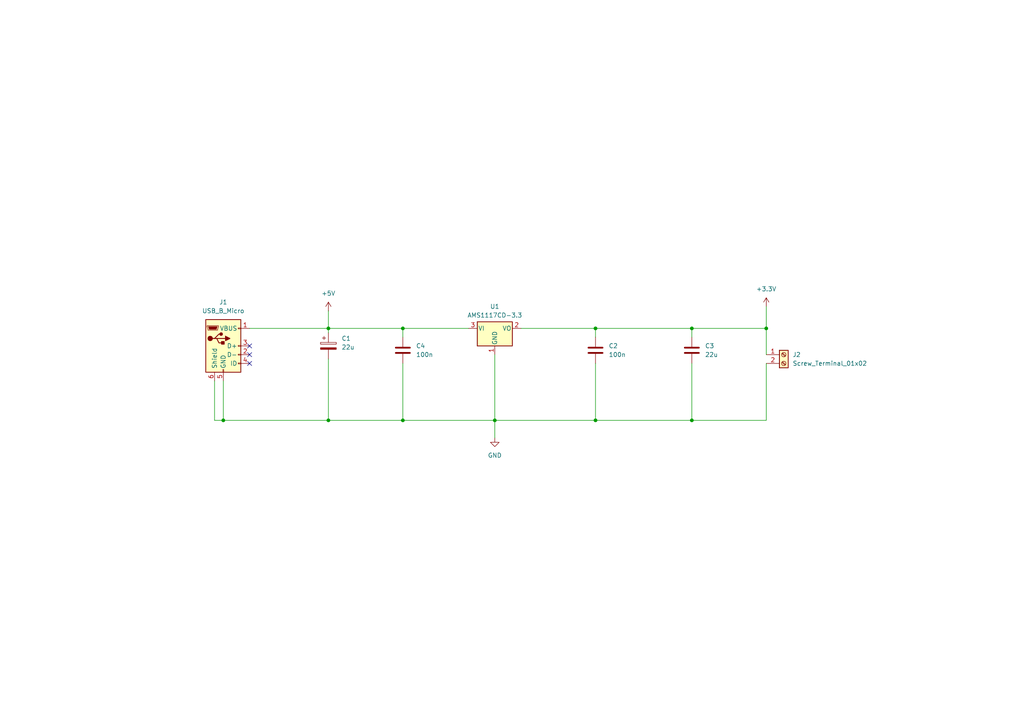
<source format=kicad_sch>
(kicad_sch
	(version 20250114)
	(generator "eeschema")
	(generator_version "9.0")
	(uuid "bbe5b957-b5cd-4826-9d46-74ac24a05d95")
	(paper "A4")
	(lib_symbols
		(symbol "Connector:Screw_Terminal_01x02"
			(pin_names
				(offset 1.016)
				(hide yes)
			)
			(exclude_from_sim no)
			(in_bom yes)
			(on_board yes)
			(property "Reference" "J"
				(at 0 2.54 0)
				(effects
					(font
						(size 1.27 1.27)
					)
				)
			)
			(property "Value" "Screw_Terminal_01x02"
				(at 0 -5.08 0)
				(effects
					(font
						(size 1.27 1.27)
					)
				)
			)
			(property "Footprint" ""
				(at 0 0 0)
				(effects
					(font
						(size 1.27 1.27)
					)
					(hide yes)
				)
			)
			(property "Datasheet" "~"
				(at 0 0 0)
				(effects
					(font
						(size 1.27 1.27)
					)
					(hide yes)
				)
			)
			(property "Description" "Generic screw terminal, single row, 01x02, script generated (kicad-library-utils/schlib/autogen/connector/)"
				(at 0 0 0)
				(effects
					(font
						(size 1.27 1.27)
					)
					(hide yes)
				)
			)
			(property "ki_keywords" "screw terminal"
				(at 0 0 0)
				(effects
					(font
						(size 1.27 1.27)
					)
					(hide yes)
				)
			)
			(property "ki_fp_filters" "TerminalBlock*:*"
				(at 0 0 0)
				(effects
					(font
						(size 1.27 1.27)
					)
					(hide yes)
				)
			)
			(symbol "Screw_Terminal_01x02_1_1"
				(rectangle
					(start -1.27 1.27)
					(end 1.27 -3.81)
					(stroke
						(width 0.254)
						(type default)
					)
					(fill
						(type background)
					)
				)
				(polyline
					(pts
						(xy -0.5334 0.3302) (xy 0.3302 -0.508)
					)
					(stroke
						(width 0.1524)
						(type default)
					)
					(fill
						(type none)
					)
				)
				(polyline
					(pts
						(xy -0.5334 -2.2098) (xy 0.3302 -3.048)
					)
					(stroke
						(width 0.1524)
						(type default)
					)
					(fill
						(type none)
					)
				)
				(polyline
					(pts
						(xy -0.3556 0.508) (xy 0.508 -0.3302)
					)
					(stroke
						(width 0.1524)
						(type default)
					)
					(fill
						(type none)
					)
				)
				(polyline
					(pts
						(xy -0.3556 -2.032) (xy 0.508 -2.8702)
					)
					(stroke
						(width 0.1524)
						(type default)
					)
					(fill
						(type none)
					)
				)
				(circle
					(center 0 0)
					(radius 0.635)
					(stroke
						(width 0.1524)
						(type default)
					)
					(fill
						(type none)
					)
				)
				(circle
					(center 0 -2.54)
					(radius 0.635)
					(stroke
						(width 0.1524)
						(type default)
					)
					(fill
						(type none)
					)
				)
				(pin passive line
					(at -5.08 0 0)
					(length 3.81)
					(name "Pin_1"
						(effects
							(font
								(size 1.27 1.27)
							)
						)
					)
					(number "1"
						(effects
							(font
								(size 1.27 1.27)
							)
						)
					)
				)
				(pin passive line
					(at -5.08 -2.54 0)
					(length 3.81)
					(name "Pin_2"
						(effects
							(font
								(size 1.27 1.27)
							)
						)
					)
					(number "2"
						(effects
							(font
								(size 1.27 1.27)
							)
						)
					)
				)
			)
			(embedded_fonts no)
		)
		(symbol "Connector:USB_B_Micro"
			(pin_names
				(offset 1.016)
			)
			(exclude_from_sim no)
			(in_bom yes)
			(on_board yes)
			(property "Reference" "J"
				(at -5.08 11.43 0)
				(effects
					(font
						(size 1.27 1.27)
					)
					(justify left)
				)
			)
			(property "Value" "USB_B_Micro"
				(at -5.08 8.89 0)
				(effects
					(font
						(size 1.27 1.27)
					)
					(justify left)
				)
			)
			(property "Footprint" ""
				(at 3.81 -1.27 0)
				(effects
					(font
						(size 1.27 1.27)
					)
					(hide yes)
				)
			)
			(property "Datasheet" "~"
				(at 3.81 -1.27 0)
				(effects
					(font
						(size 1.27 1.27)
					)
					(hide yes)
				)
			)
			(property "Description" "USB Micro Type B connector"
				(at 0 0 0)
				(effects
					(font
						(size 1.27 1.27)
					)
					(hide yes)
				)
			)
			(property "ki_keywords" "connector USB micro"
				(at 0 0 0)
				(effects
					(font
						(size 1.27 1.27)
					)
					(hide yes)
				)
			)
			(property "ki_fp_filters" "USB*Micro*B*"
				(at 0 0 0)
				(effects
					(font
						(size 1.27 1.27)
					)
					(hide yes)
				)
			)
			(symbol "USB_B_Micro_0_1"
				(rectangle
					(start -5.08 -7.62)
					(end 5.08 7.62)
					(stroke
						(width 0.254)
						(type default)
					)
					(fill
						(type background)
					)
				)
				(polyline
					(pts
						(xy -4.699 5.842) (xy -4.699 5.588) (xy -4.445 4.826) (xy -4.445 4.572) (xy -1.651 4.572) (xy -1.651 4.826)
						(xy -1.397 5.588) (xy -1.397 5.842) (xy -4.699 5.842)
					)
					(stroke
						(width 0)
						(type default)
					)
					(fill
						(type none)
					)
				)
				(polyline
					(pts
						(xy -4.318 5.588) (xy -1.778 5.588) (xy -2.032 4.826) (xy -4.064 4.826) (xy -4.318 5.588)
					)
					(stroke
						(width 0)
						(type default)
					)
					(fill
						(type outline)
					)
				)
				(circle
					(center -3.81 2.159)
					(radius 0.635)
					(stroke
						(width 0.254)
						(type default)
					)
					(fill
						(type outline)
					)
				)
				(polyline
					(pts
						(xy -3.175 2.159) (xy -2.54 2.159) (xy -1.27 3.429) (xy -0.635 3.429)
					)
					(stroke
						(width 0.254)
						(type default)
					)
					(fill
						(type none)
					)
				)
				(polyline
					(pts
						(xy -2.54 2.159) (xy -1.905 2.159) (xy -1.27 0.889) (xy 0 0.889)
					)
					(stroke
						(width 0.254)
						(type default)
					)
					(fill
						(type none)
					)
				)
				(polyline
					(pts
						(xy -1.905 2.159) (xy 0.635 2.159)
					)
					(stroke
						(width 0.254)
						(type default)
					)
					(fill
						(type none)
					)
				)
				(circle
					(center -0.635 3.429)
					(radius 0.381)
					(stroke
						(width 0.254)
						(type default)
					)
					(fill
						(type outline)
					)
				)
				(rectangle
					(start -0.127 -7.62)
					(end 0.127 -6.858)
					(stroke
						(width 0)
						(type default)
					)
					(fill
						(type none)
					)
				)
				(rectangle
					(start 0.254 1.27)
					(end -0.508 0.508)
					(stroke
						(width 0.254)
						(type default)
					)
					(fill
						(type outline)
					)
				)
				(polyline
					(pts
						(xy 0.635 2.794) (xy 0.635 1.524) (xy 1.905 2.159) (xy 0.635 2.794)
					)
					(stroke
						(width 0.254)
						(type default)
					)
					(fill
						(type outline)
					)
				)
				(rectangle
					(start 5.08 4.953)
					(end 4.318 5.207)
					(stroke
						(width 0)
						(type default)
					)
					(fill
						(type none)
					)
				)
				(rectangle
					(start 5.08 -0.127)
					(end 4.318 0.127)
					(stroke
						(width 0)
						(type default)
					)
					(fill
						(type none)
					)
				)
				(rectangle
					(start 5.08 -2.667)
					(end 4.318 -2.413)
					(stroke
						(width 0)
						(type default)
					)
					(fill
						(type none)
					)
				)
				(rectangle
					(start 5.08 -5.207)
					(end 4.318 -4.953)
					(stroke
						(width 0)
						(type default)
					)
					(fill
						(type none)
					)
				)
			)
			(symbol "USB_B_Micro_1_1"
				(pin passive line
					(at -2.54 -10.16 90)
					(length 2.54)
					(name "Shield"
						(effects
							(font
								(size 1.27 1.27)
							)
						)
					)
					(number "6"
						(effects
							(font
								(size 1.27 1.27)
							)
						)
					)
				)
				(pin power_out line
					(at 0 -10.16 90)
					(length 2.54)
					(name "GND"
						(effects
							(font
								(size 1.27 1.27)
							)
						)
					)
					(number "5"
						(effects
							(font
								(size 1.27 1.27)
							)
						)
					)
				)
				(pin power_out line
					(at 7.62 5.08 180)
					(length 2.54)
					(name "VBUS"
						(effects
							(font
								(size 1.27 1.27)
							)
						)
					)
					(number "1"
						(effects
							(font
								(size 1.27 1.27)
							)
						)
					)
				)
				(pin bidirectional line
					(at 7.62 0 180)
					(length 2.54)
					(name "D+"
						(effects
							(font
								(size 1.27 1.27)
							)
						)
					)
					(number "3"
						(effects
							(font
								(size 1.27 1.27)
							)
						)
					)
				)
				(pin bidirectional line
					(at 7.62 -2.54 180)
					(length 2.54)
					(name "D-"
						(effects
							(font
								(size 1.27 1.27)
							)
						)
					)
					(number "2"
						(effects
							(font
								(size 1.27 1.27)
							)
						)
					)
				)
				(pin passive line
					(at 7.62 -5.08 180)
					(length 2.54)
					(name "ID"
						(effects
							(font
								(size 1.27 1.27)
							)
						)
					)
					(number "4"
						(effects
							(font
								(size 1.27 1.27)
							)
						)
					)
				)
			)
			(embedded_fonts no)
		)
		(symbol "Device:C"
			(pin_numbers
				(hide yes)
			)
			(pin_names
				(offset 0.254)
			)
			(exclude_from_sim no)
			(in_bom yes)
			(on_board yes)
			(property "Reference" "C"
				(at 0.635 2.54 0)
				(effects
					(font
						(size 1.27 1.27)
					)
					(justify left)
				)
			)
			(property "Value" "C"
				(at 0.635 -2.54 0)
				(effects
					(font
						(size 1.27 1.27)
					)
					(justify left)
				)
			)
			(property "Footprint" ""
				(at 0.9652 -3.81 0)
				(effects
					(font
						(size 1.27 1.27)
					)
					(hide yes)
				)
			)
			(property "Datasheet" "~"
				(at 0 0 0)
				(effects
					(font
						(size 1.27 1.27)
					)
					(hide yes)
				)
			)
			(property "Description" "Unpolarized capacitor"
				(at 0 0 0)
				(effects
					(font
						(size 1.27 1.27)
					)
					(hide yes)
				)
			)
			(property "ki_keywords" "cap capacitor"
				(at 0 0 0)
				(effects
					(font
						(size 1.27 1.27)
					)
					(hide yes)
				)
			)
			(property "ki_fp_filters" "C_*"
				(at 0 0 0)
				(effects
					(font
						(size 1.27 1.27)
					)
					(hide yes)
				)
			)
			(symbol "C_0_1"
				(polyline
					(pts
						(xy -2.032 0.762) (xy 2.032 0.762)
					)
					(stroke
						(width 0.508)
						(type default)
					)
					(fill
						(type none)
					)
				)
				(polyline
					(pts
						(xy -2.032 -0.762) (xy 2.032 -0.762)
					)
					(stroke
						(width 0.508)
						(type default)
					)
					(fill
						(type none)
					)
				)
			)
			(symbol "C_1_1"
				(pin passive line
					(at 0 3.81 270)
					(length 2.794)
					(name "~"
						(effects
							(font
								(size 1.27 1.27)
							)
						)
					)
					(number "1"
						(effects
							(font
								(size 1.27 1.27)
							)
						)
					)
				)
				(pin passive line
					(at 0 -3.81 90)
					(length 2.794)
					(name "~"
						(effects
							(font
								(size 1.27 1.27)
							)
						)
					)
					(number "2"
						(effects
							(font
								(size 1.27 1.27)
							)
						)
					)
				)
			)
			(embedded_fonts no)
		)
		(symbol "Device:C_Polarized"
			(pin_numbers
				(hide yes)
			)
			(pin_names
				(offset 0.254)
			)
			(exclude_from_sim no)
			(in_bom yes)
			(on_board yes)
			(property "Reference" "C"
				(at 0.635 2.54 0)
				(effects
					(font
						(size 1.27 1.27)
					)
					(justify left)
				)
			)
			(property "Value" "C_Polarized"
				(at 0.635 -2.54 0)
				(effects
					(font
						(size 1.27 1.27)
					)
					(justify left)
				)
			)
			(property "Footprint" ""
				(at 0.9652 -3.81 0)
				(effects
					(font
						(size 1.27 1.27)
					)
					(hide yes)
				)
			)
			(property "Datasheet" "~"
				(at 0 0 0)
				(effects
					(font
						(size 1.27 1.27)
					)
					(hide yes)
				)
			)
			(property "Description" "Polarized capacitor"
				(at 0 0 0)
				(effects
					(font
						(size 1.27 1.27)
					)
					(hide yes)
				)
			)
			(property "ki_keywords" "cap capacitor"
				(at 0 0 0)
				(effects
					(font
						(size 1.27 1.27)
					)
					(hide yes)
				)
			)
			(property "ki_fp_filters" "CP_*"
				(at 0 0 0)
				(effects
					(font
						(size 1.27 1.27)
					)
					(hide yes)
				)
			)
			(symbol "C_Polarized_0_1"
				(rectangle
					(start -2.286 0.508)
					(end 2.286 1.016)
					(stroke
						(width 0)
						(type default)
					)
					(fill
						(type none)
					)
				)
				(polyline
					(pts
						(xy -1.778 2.286) (xy -0.762 2.286)
					)
					(stroke
						(width 0)
						(type default)
					)
					(fill
						(type none)
					)
				)
				(polyline
					(pts
						(xy -1.27 2.794) (xy -1.27 1.778)
					)
					(stroke
						(width 0)
						(type default)
					)
					(fill
						(type none)
					)
				)
				(rectangle
					(start 2.286 -0.508)
					(end -2.286 -1.016)
					(stroke
						(width 0)
						(type default)
					)
					(fill
						(type outline)
					)
				)
			)
			(symbol "C_Polarized_1_1"
				(pin passive line
					(at 0 3.81 270)
					(length 2.794)
					(name "~"
						(effects
							(font
								(size 1.27 1.27)
							)
						)
					)
					(number "1"
						(effects
							(font
								(size 1.27 1.27)
							)
						)
					)
				)
				(pin passive line
					(at 0 -3.81 90)
					(length 2.794)
					(name "~"
						(effects
							(font
								(size 1.27 1.27)
							)
						)
					)
					(number "2"
						(effects
							(font
								(size 1.27 1.27)
							)
						)
					)
				)
			)
			(embedded_fonts no)
		)
		(symbol "Regulator_Linear:AMS1117CD-3.3"
			(pin_names
				(offset 0.254)
			)
			(exclude_from_sim no)
			(in_bom yes)
			(on_board yes)
			(property "Reference" "U"
				(at -3.81 3.175 0)
				(effects
					(font
						(size 1.27 1.27)
					)
				)
			)
			(property "Value" "AMS1117CD-3.3"
				(at 0 3.175 0)
				(effects
					(font
						(size 1.27 1.27)
					)
					(justify left)
				)
			)
			(property "Footprint" "Package_TO_SOT_SMD:TO-252-3_TabPin2"
				(at 0 5.08 0)
				(effects
					(font
						(size 1.27 1.27)
					)
					(hide yes)
				)
			)
			(property "Datasheet" "http://www.advanced-monolithic.com/pdf/ds1117.pdf"
				(at 2.54 -6.35 0)
				(effects
					(font
						(size 1.27 1.27)
					)
					(hide yes)
				)
			)
			(property "Description" "1A Low Dropout regulator, positive, 3.3V fixed output, TO-252"
				(at 0 0 0)
				(effects
					(font
						(size 1.27 1.27)
					)
					(hide yes)
				)
			)
			(property "ki_keywords" "linear regulator ldo fixed positive"
				(at 0 0 0)
				(effects
					(font
						(size 1.27 1.27)
					)
					(hide yes)
				)
			)
			(property "ki_fp_filters" "TO?252*TabPin2*"
				(at 0 0 0)
				(effects
					(font
						(size 1.27 1.27)
					)
					(hide yes)
				)
			)
			(symbol "AMS1117CD-3.3_0_1"
				(rectangle
					(start -5.08 -5.08)
					(end 5.08 1.905)
					(stroke
						(width 0.254)
						(type default)
					)
					(fill
						(type background)
					)
				)
			)
			(symbol "AMS1117CD-3.3_1_1"
				(pin power_in line
					(at -7.62 0 0)
					(length 2.54)
					(name "VI"
						(effects
							(font
								(size 1.27 1.27)
							)
						)
					)
					(number "3"
						(effects
							(font
								(size 1.27 1.27)
							)
						)
					)
				)
				(pin power_in line
					(at 0 -7.62 90)
					(length 2.54)
					(name "GND"
						(effects
							(font
								(size 1.27 1.27)
							)
						)
					)
					(number "1"
						(effects
							(font
								(size 1.27 1.27)
							)
						)
					)
				)
				(pin power_out line
					(at 7.62 0 180)
					(length 2.54)
					(name "VO"
						(effects
							(font
								(size 1.27 1.27)
							)
						)
					)
					(number "2"
						(effects
							(font
								(size 1.27 1.27)
							)
						)
					)
				)
			)
			(embedded_fonts no)
		)
		(symbol "power:+3.3V"
			(power)
			(pin_numbers
				(hide yes)
			)
			(pin_names
				(offset 0)
				(hide yes)
			)
			(exclude_from_sim no)
			(in_bom yes)
			(on_board yes)
			(property "Reference" "#PWR"
				(at 0 -3.81 0)
				(effects
					(font
						(size 1.27 1.27)
					)
					(hide yes)
				)
			)
			(property "Value" "+3.3V"
				(at 0 3.556 0)
				(effects
					(font
						(size 1.27 1.27)
					)
				)
			)
			(property "Footprint" ""
				(at 0 0 0)
				(effects
					(font
						(size 1.27 1.27)
					)
					(hide yes)
				)
			)
			(property "Datasheet" ""
				(at 0 0 0)
				(effects
					(font
						(size 1.27 1.27)
					)
					(hide yes)
				)
			)
			(property "Description" "Power symbol creates a global label with name \"+3.3V\""
				(at 0 0 0)
				(effects
					(font
						(size 1.27 1.27)
					)
					(hide yes)
				)
			)
			(property "ki_keywords" "global power"
				(at 0 0 0)
				(effects
					(font
						(size 1.27 1.27)
					)
					(hide yes)
				)
			)
			(symbol "+3.3V_0_1"
				(polyline
					(pts
						(xy -0.762 1.27) (xy 0 2.54)
					)
					(stroke
						(width 0)
						(type default)
					)
					(fill
						(type none)
					)
				)
				(polyline
					(pts
						(xy 0 2.54) (xy 0.762 1.27)
					)
					(stroke
						(width 0)
						(type default)
					)
					(fill
						(type none)
					)
				)
				(polyline
					(pts
						(xy 0 0) (xy 0 2.54)
					)
					(stroke
						(width 0)
						(type default)
					)
					(fill
						(type none)
					)
				)
			)
			(symbol "+3.3V_1_1"
				(pin power_in line
					(at 0 0 90)
					(length 0)
					(name "~"
						(effects
							(font
								(size 1.27 1.27)
							)
						)
					)
					(number "1"
						(effects
							(font
								(size 1.27 1.27)
							)
						)
					)
				)
			)
			(embedded_fonts no)
		)
		(symbol "power:+5V"
			(power)
			(pin_numbers
				(hide yes)
			)
			(pin_names
				(offset 0)
				(hide yes)
			)
			(exclude_from_sim no)
			(in_bom yes)
			(on_board yes)
			(property "Reference" "#PWR"
				(at 0 -3.81 0)
				(effects
					(font
						(size 1.27 1.27)
					)
					(hide yes)
				)
			)
			(property "Value" "+5V"
				(at 0 3.556 0)
				(effects
					(font
						(size 1.27 1.27)
					)
				)
			)
			(property "Footprint" ""
				(at 0 0 0)
				(effects
					(font
						(size 1.27 1.27)
					)
					(hide yes)
				)
			)
			(property "Datasheet" ""
				(at 0 0 0)
				(effects
					(font
						(size 1.27 1.27)
					)
					(hide yes)
				)
			)
			(property "Description" "Power symbol creates a global label with name \"+5V\""
				(at 0 0 0)
				(effects
					(font
						(size 1.27 1.27)
					)
					(hide yes)
				)
			)
			(property "ki_keywords" "global power"
				(at 0 0 0)
				(effects
					(font
						(size 1.27 1.27)
					)
					(hide yes)
				)
			)
			(symbol "+5V_0_1"
				(polyline
					(pts
						(xy -0.762 1.27) (xy 0 2.54)
					)
					(stroke
						(width 0)
						(type default)
					)
					(fill
						(type none)
					)
				)
				(polyline
					(pts
						(xy 0 2.54) (xy 0.762 1.27)
					)
					(stroke
						(width 0)
						(type default)
					)
					(fill
						(type none)
					)
				)
				(polyline
					(pts
						(xy 0 0) (xy 0 2.54)
					)
					(stroke
						(width 0)
						(type default)
					)
					(fill
						(type none)
					)
				)
			)
			(symbol "+5V_1_1"
				(pin power_in line
					(at 0 0 90)
					(length 0)
					(name "~"
						(effects
							(font
								(size 1.27 1.27)
							)
						)
					)
					(number "1"
						(effects
							(font
								(size 1.27 1.27)
							)
						)
					)
				)
			)
			(embedded_fonts no)
		)
		(symbol "power:GND"
			(power)
			(pin_numbers
				(hide yes)
			)
			(pin_names
				(offset 0)
				(hide yes)
			)
			(exclude_from_sim no)
			(in_bom yes)
			(on_board yes)
			(property "Reference" "#PWR"
				(at 0 -6.35 0)
				(effects
					(font
						(size 1.27 1.27)
					)
					(hide yes)
				)
			)
			(property "Value" "GND"
				(at 0 -3.81 0)
				(effects
					(font
						(size 1.27 1.27)
					)
				)
			)
			(property "Footprint" ""
				(at 0 0 0)
				(effects
					(font
						(size 1.27 1.27)
					)
					(hide yes)
				)
			)
			(property "Datasheet" ""
				(at 0 0 0)
				(effects
					(font
						(size 1.27 1.27)
					)
					(hide yes)
				)
			)
			(property "Description" "Power symbol creates a global label with name \"GND\" , ground"
				(at 0 0 0)
				(effects
					(font
						(size 1.27 1.27)
					)
					(hide yes)
				)
			)
			(property "ki_keywords" "global power"
				(at 0 0 0)
				(effects
					(font
						(size 1.27 1.27)
					)
					(hide yes)
				)
			)
			(symbol "GND_0_1"
				(polyline
					(pts
						(xy 0 0) (xy 0 -1.27) (xy 1.27 -1.27) (xy 0 -2.54) (xy -1.27 -1.27) (xy 0 -1.27)
					)
					(stroke
						(width 0)
						(type default)
					)
					(fill
						(type none)
					)
				)
			)
			(symbol "GND_1_1"
				(pin power_in line
					(at 0 0 270)
					(length 0)
					(name "~"
						(effects
							(font
								(size 1.27 1.27)
							)
						)
					)
					(number "1"
						(effects
							(font
								(size 1.27 1.27)
							)
						)
					)
				)
			)
			(embedded_fonts no)
		)
	)
	(junction
		(at 95.25 95.25)
		(diameter 0)
		(color 0 0 0 0)
		(uuid "1e845ddd-bbc0-4994-ad87-42a774f5d7c4")
	)
	(junction
		(at 200.66 95.25)
		(diameter 0)
		(color 0 0 0 0)
		(uuid "284eccf6-5f9a-40d6-b855-fe9b8c48e5df")
	)
	(junction
		(at 143.51 121.92)
		(diameter 0)
		(color 0 0 0 0)
		(uuid "2e570691-8d6f-46ec-910b-13e0a3c76c48")
	)
	(junction
		(at 116.84 95.25)
		(diameter 0)
		(color 0 0 0 0)
		(uuid "34a1fc34-c249-495d-b968-40004fe3dc10")
	)
	(junction
		(at 172.72 95.25)
		(diameter 0)
		(color 0 0 0 0)
		(uuid "524f93cb-397a-44c0-bf5e-2d8a1d9d1878")
	)
	(junction
		(at 95.25 121.92)
		(diameter 0)
		(color 0 0 0 0)
		(uuid "6320c4bd-47a6-4c13-af90-9fb1a9ead521")
	)
	(junction
		(at 222.25 95.25)
		(diameter 0)
		(color 0 0 0 0)
		(uuid "95d39924-b0cc-4580-a28a-86238c2d5b13")
	)
	(junction
		(at 116.84 121.92)
		(diameter 0)
		(color 0 0 0 0)
		(uuid "a2c6d67d-b27c-4465-a1c3-1026271fa245")
	)
	(junction
		(at 64.77 121.92)
		(diameter 0)
		(color 0 0 0 0)
		(uuid "bab7150a-f7c0-4ceb-a12f-7e7e796e7e5c")
	)
	(junction
		(at 200.66 121.92)
		(diameter 0)
		(color 0 0 0 0)
		(uuid "dd886d7a-ad38-43ae-a240-c9aa69476fb5")
	)
	(junction
		(at 172.72 121.92)
		(diameter 0)
		(color 0 0 0 0)
		(uuid "f8586d5b-1dc7-458e-a16c-76b201498833")
	)
	(no_connect
		(at 72.39 102.87)
		(uuid "2f3c6b79-d03a-4ca0-90a5-0b1f42b89d69")
	)
	(no_connect
		(at 72.39 105.41)
		(uuid "55735b6d-0cf6-4c0f-8c6a-4b5994872127")
	)
	(no_connect
		(at 72.39 100.33)
		(uuid "82b0129d-1880-4d41-a74d-2e583a445819")
	)
	(wire
		(pts
			(xy 72.39 95.25) (xy 95.25 95.25)
		)
		(stroke
			(width 0)
			(type default)
		)
		(uuid "0e498b1c-2f16-4b66-b61f-d27ba3fabda7")
	)
	(wire
		(pts
			(xy 62.23 110.49) (xy 62.23 121.92)
		)
		(stroke
			(width 0)
			(type default)
		)
		(uuid "14575c78-2722-452e-8773-b87f743881ad")
	)
	(wire
		(pts
			(xy 222.25 105.41) (xy 222.25 121.92)
		)
		(stroke
			(width 0)
			(type default)
		)
		(uuid "14c57010-4b28-45c5-ad31-0471a51d3e49")
	)
	(wire
		(pts
			(xy 64.77 110.49) (xy 64.77 121.92)
		)
		(stroke
			(width 0)
			(type default)
		)
		(uuid "1532beda-b2ae-4923-8e43-01de57e9805e")
	)
	(wire
		(pts
			(xy 95.25 90.17) (xy 95.25 95.25)
		)
		(stroke
			(width 0)
			(type default)
		)
		(uuid "19f72d78-d757-4fa0-b7b6-93590f15c90c")
	)
	(wire
		(pts
			(xy 95.25 95.25) (xy 95.25 96.52)
		)
		(stroke
			(width 0)
			(type default)
		)
		(uuid "2be8bdb8-77dc-401d-8374-7be9e63107b4")
	)
	(wire
		(pts
			(xy 116.84 105.41) (xy 116.84 121.92)
		)
		(stroke
			(width 0)
			(type default)
		)
		(uuid "2f7448ca-6077-4046-9142-e099fc816861")
	)
	(wire
		(pts
			(xy 200.66 121.92) (xy 200.66 105.41)
		)
		(stroke
			(width 0)
			(type default)
		)
		(uuid "2f9c5fcf-e7a0-4744-bfa0-9c3638de0829")
	)
	(wire
		(pts
			(xy 95.25 121.92) (xy 116.84 121.92)
		)
		(stroke
			(width 0)
			(type default)
		)
		(uuid "32b06a57-fe95-4c5c-bda6-16152575fc96")
	)
	(wire
		(pts
			(xy 143.51 121.92) (xy 143.51 127)
		)
		(stroke
			(width 0)
			(type default)
		)
		(uuid "33180950-27b7-462e-a0e0-c5a02377bb75")
	)
	(wire
		(pts
			(xy 116.84 95.25) (xy 116.84 97.79)
		)
		(stroke
			(width 0)
			(type default)
		)
		(uuid "3789d5ab-f97f-4173-bbae-ad6bcdccad37")
	)
	(wire
		(pts
			(xy 222.25 95.25) (xy 200.66 95.25)
		)
		(stroke
			(width 0)
			(type default)
		)
		(uuid "4373c2eb-846c-479c-8e03-946e798683b2")
	)
	(wire
		(pts
			(xy 143.51 121.92) (xy 172.72 121.92)
		)
		(stroke
			(width 0)
			(type default)
		)
		(uuid "56342adb-fef0-4fca-8dd4-20dea53884bc")
	)
	(wire
		(pts
			(xy 151.13 95.25) (xy 172.72 95.25)
		)
		(stroke
			(width 0)
			(type default)
		)
		(uuid "5b25bab3-8786-4fbd-9e9c-22f7959cbb4a")
	)
	(wire
		(pts
			(xy 200.66 95.25) (xy 172.72 95.25)
		)
		(stroke
			(width 0)
			(type default)
		)
		(uuid "65403d73-d5b6-4db7-a812-0a52a51256df")
	)
	(wire
		(pts
			(xy 64.77 121.92) (xy 95.25 121.92)
		)
		(stroke
			(width 0)
			(type default)
		)
		(uuid "68b589a6-45bb-4ba6-8142-cd2dbac16752")
	)
	(wire
		(pts
			(xy 172.72 95.25) (xy 172.72 97.79)
		)
		(stroke
			(width 0)
			(type default)
		)
		(uuid "7bba331b-4625-4a65-bfe1-15224c24cfcc")
	)
	(wire
		(pts
			(xy 62.23 121.92) (xy 64.77 121.92)
		)
		(stroke
			(width 0)
			(type default)
		)
		(uuid "a14326dd-b999-4a75-919c-57d897bc3368")
	)
	(wire
		(pts
			(xy 222.25 121.92) (xy 200.66 121.92)
		)
		(stroke
			(width 0)
			(type default)
		)
		(uuid "a62dbbab-7040-4a58-8be3-e57eded0d190")
	)
	(wire
		(pts
			(xy 172.72 105.41) (xy 172.72 121.92)
		)
		(stroke
			(width 0)
			(type default)
		)
		(uuid "ac8c3bd4-66da-4b7f-a23c-0822c707dde3")
	)
	(wire
		(pts
			(xy 172.72 121.92) (xy 200.66 121.92)
		)
		(stroke
			(width 0)
			(type default)
		)
		(uuid "bdc03e17-0359-4297-ae39-541338e15720")
	)
	(wire
		(pts
			(xy 95.25 95.25) (xy 116.84 95.25)
		)
		(stroke
			(width 0)
			(type default)
		)
		(uuid "c0ed559b-d7a6-4ea2-b2e3-88730f431591")
	)
	(wire
		(pts
			(xy 95.25 104.14) (xy 95.25 121.92)
		)
		(stroke
			(width 0)
			(type default)
		)
		(uuid "c796134c-19a8-4e03-a4e2-ef7ace781495")
	)
	(wire
		(pts
			(xy 116.84 95.25) (xy 135.89 95.25)
		)
		(stroke
			(width 0)
			(type default)
		)
		(uuid "cf281cea-84b7-4aa9-b912-32d100f93e50")
	)
	(wire
		(pts
			(xy 143.51 102.87) (xy 143.51 121.92)
		)
		(stroke
			(width 0)
			(type default)
		)
		(uuid "d729d1c6-fc3d-473d-b7a4-fe8b4df344c4")
	)
	(wire
		(pts
			(xy 116.84 121.92) (xy 143.51 121.92)
		)
		(stroke
			(width 0)
			(type default)
		)
		(uuid "d9314ed2-30e2-4a5e-a29d-e419d79f68b4")
	)
	(wire
		(pts
			(xy 222.25 88.9) (xy 222.25 95.25)
		)
		(stroke
			(width 0)
			(type default)
		)
		(uuid "ed66bc23-fcbd-47e5-97a8-12f301b11acb")
	)
	(wire
		(pts
			(xy 222.25 102.87) (xy 222.25 95.25)
		)
		(stroke
			(width 0)
			(type default)
		)
		(uuid "fb064e8f-0e2c-423e-a603-6cd97bc02156")
	)
	(wire
		(pts
			(xy 200.66 97.79) (xy 200.66 95.25)
		)
		(stroke
			(width 0)
			(type default)
		)
		(uuid "fc5cf175-7da2-42ee-bd36-83860f355fba")
	)
	(symbol
		(lib_id "Device:C")
		(at 200.66 101.6 0)
		(unit 1)
		(exclude_from_sim no)
		(in_bom yes)
		(on_board yes)
		(dnp no)
		(fields_autoplaced yes)
		(uuid "0da8a404-bf23-4f54-9064-1af7519f6597")
		(property "Reference" "C3"
			(at 204.47 100.3299 0)
			(effects
				(font
					(size 1.27 1.27)
				)
				(justify left)
			)
		)
		(property "Value" "22u"
			(at 204.47 102.8699 0)
			(effects
				(font
					(size 1.27 1.27)
				)
				(justify left)
			)
		)
		(property "Footprint" "Capacitor_SMD:CP_Elec_6.3x7.7"
			(at 201.6252 105.41 0)
			(effects
				(font
					(size 1.27 1.27)
				)
				(hide yes)
			)
		)
		(property "Datasheet" "~"
			(at 200.66 101.6 0)
			(effects
				(font
					(size 1.27 1.27)
				)
				(hide yes)
			)
		)
		(property "Description" "Unpolarized capacitor"
			(at 200.66 101.6 0)
			(effects
				(font
					(size 1.27 1.27)
				)
				(hide yes)
			)
		)
		(pin "1"
			(uuid "b92460ee-4d82-437a-aa71-49d31777ec0d")
		)
		(pin "2"
			(uuid "17314239-c390-42e2-adb6-f01154a69c7f")
		)
		(instances
			(project "VOLTAGE REGULATOR"
				(path "/bbe5b957-b5cd-4826-9d46-74ac24a05d95"
					(reference "C3")
					(unit 1)
				)
			)
		)
	)
	(symbol
		(lib_id "Connector:USB_B_Micro")
		(at 64.77 100.33 0)
		(unit 1)
		(exclude_from_sim no)
		(in_bom yes)
		(on_board yes)
		(dnp no)
		(fields_autoplaced yes)
		(uuid "2e38e1c1-9255-42a9-8020-335d1baa242b")
		(property "Reference" "J1"
			(at 64.77 87.63 0)
			(effects
				(font
					(size 1.27 1.27)
				)
			)
		)
		(property "Value" "USB_B_Micro"
			(at 64.77 90.17 0)
			(effects
				(font
					(size 1.27 1.27)
				)
			)
		)
		(property "Footprint" "Connector_USB:USB_Micro-B_Molex_47346-0001"
			(at 68.58 101.6 0)
			(effects
				(font
					(size 1.27 1.27)
				)
				(hide yes)
			)
		)
		(property "Datasheet" "~"
			(at 68.58 101.6 0)
			(effects
				(font
					(size 1.27 1.27)
				)
				(hide yes)
			)
		)
		(property "Description" "USB Micro Type B connector"
			(at 64.77 100.33 0)
			(effects
				(font
					(size 1.27 1.27)
				)
				(hide yes)
			)
		)
		(pin "6"
			(uuid "dc5b18a7-00ac-4442-843f-784fb11e099f")
		)
		(pin "5"
			(uuid "d08ea64f-dc7c-46f3-8912-e2df08d7f631")
		)
		(pin "3"
			(uuid "18ccb133-3b4d-4dc6-84b0-e2ccde466482")
		)
		(pin "4"
			(uuid "d5dce2a2-388a-439b-9981-9b20a2e6599d")
		)
		(pin "2"
			(uuid "04e34095-61b0-4bcf-aed7-b858797847ee")
		)
		(pin "1"
			(uuid "ac6389b3-026f-46a4-9cb2-a7724069d914")
		)
		(instances
			(project ""
				(path "/bbe5b957-b5cd-4826-9d46-74ac24a05d95"
					(reference "J1")
					(unit 1)
				)
			)
		)
	)
	(symbol
		(lib_id "Device:C")
		(at 172.72 101.6 0)
		(unit 1)
		(exclude_from_sim no)
		(in_bom yes)
		(on_board yes)
		(dnp no)
		(fields_autoplaced yes)
		(uuid "30e8b068-1a39-4e3d-b13b-da78bca69954")
		(property "Reference" "C2"
			(at 176.53 100.3299 0)
			(effects
				(font
					(size 1.27 1.27)
				)
				(justify left)
			)
		)
		(property "Value" "100n"
			(at 176.53 102.8699 0)
			(effects
				(font
					(size 1.27 1.27)
				)
				(justify left)
			)
		)
		(property "Footprint" "Capacitor_SMD:C_0402_1005Metric"
			(at 173.6852 105.41 0)
			(effects
				(font
					(size 1.27 1.27)
				)
				(hide yes)
			)
		)
		(property "Datasheet" "~"
			(at 172.72 101.6 0)
			(effects
				(font
					(size 1.27 1.27)
				)
				(hide yes)
			)
		)
		(property "Description" "Unpolarized capacitor"
			(at 172.72 101.6 0)
			(effects
				(font
					(size 1.27 1.27)
				)
				(hide yes)
			)
		)
		(pin "1"
			(uuid "33e61df0-61b4-4552-a92b-d5c1b0866414")
		)
		(pin "2"
			(uuid "ef91ef1b-cdf0-4084-b920-00400604c51e")
		)
		(instances
			(project ""
				(path "/bbe5b957-b5cd-4826-9d46-74ac24a05d95"
					(reference "C2")
					(unit 1)
				)
			)
		)
	)
	(symbol
		(lib_id "Device:C")
		(at 116.84 101.6 0)
		(unit 1)
		(exclude_from_sim no)
		(in_bom yes)
		(on_board yes)
		(dnp no)
		(fields_autoplaced yes)
		(uuid "358846aa-29b1-4ccd-b089-685b20926392")
		(property "Reference" "C4"
			(at 120.65 100.3299 0)
			(effects
				(font
					(size 1.27 1.27)
				)
				(justify left)
			)
		)
		(property "Value" "100n"
			(at 120.65 102.8699 0)
			(effects
				(font
					(size 1.27 1.27)
				)
				(justify left)
			)
		)
		(property "Footprint" "Capacitor_SMD:C_0402_1005Metric"
			(at 117.8052 105.41 0)
			(effects
				(font
					(size 1.27 1.27)
				)
				(hide yes)
			)
		)
		(property "Datasheet" "~"
			(at 116.84 101.6 0)
			(effects
				(font
					(size 1.27 1.27)
				)
				(hide yes)
			)
		)
		(property "Description" "Unpolarized capacitor"
			(at 116.84 101.6 0)
			(effects
				(font
					(size 1.27 1.27)
				)
				(hide yes)
			)
		)
		(pin "1"
			(uuid "2b64c6a7-3509-4b26-b086-4797a0a2004d")
		)
		(pin "2"
			(uuid "4e2cc91c-0495-4446-91f6-ac03443d79ae")
		)
		(instances
			(project "VOLTAGE REGULATOR"
				(path "/bbe5b957-b5cd-4826-9d46-74ac24a05d95"
					(reference "C4")
					(unit 1)
				)
			)
		)
	)
	(symbol
		(lib_id "power:+5V")
		(at 95.25 90.17 0)
		(unit 1)
		(exclude_from_sim no)
		(in_bom yes)
		(on_board yes)
		(dnp no)
		(fields_autoplaced yes)
		(uuid "479416c6-211b-4781-b764-cc20de21a116")
		(property "Reference" "#PWR02"
			(at 95.25 93.98 0)
			(effects
				(font
					(size 1.27 1.27)
				)
				(hide yes)
			)
		)
		(property "Value" "+5V"
			(at 95.25 85.09 0)
			(effects
				(font
					(size 1.27 1.27)
				)
			)
		)
		(property "Footprint" ""
			(at 95.25 90.17 0)
			(effects
				(font
					(size 1.27 1.27)
				)
				(hide yes)
			)
		)
		(property "Datasheet" ""
			(at 95.25 90.17 0)
			(effects
				(font
					(size 1.27 1.27)
				)
				(hide yes)
			)
		)
		(property "Description" "Power symbol creates a global label with name \"+5V\""
			(at 95.25 90.17 0)
			(effects
				(font
					(size 1.27 1.27)
				)
				(hide yes)
			)
		)
		(pin "1"
			(uuid "f629713f-e5a1-47c1-98b7-2d342bcb4033")
		)
		(instances
			(project ""
				(path "/bbe5b957-b5cd-4826-9d46-74ac24a05d95"
					(reference "#PWR02")
					(unit 1)
				)
			)
		)
	)
	(symbol
		(lib_id "Device:C_Polarized")
		(at 95.25 100.33 0)
		(unit 1)
		(exclude_from_sim no)
		(in_bom yes)
		(on_board yes)
		(dnp no)
		(fields_autoplaced yes)
		(uuid "7dc06ba2-1e05-4600-9259-c8e6c35d206b")
		(property "Reference" "C1"
			(at 99.06 98.1709 0)
			(effects
				(font
					(size 1.27 1.27)
				)
				(justify left)
			)
		)
		(property "Value" "22u"
			(at 99.06 100.7109 0)
			(effects
				(font
					(size 1.27 1.27)
				)
				(justify left)
			)
		)
		(property "Footprint" "Capacitor_SMD:CP_Elec_6.3x7.7"
			(at 96.2152 104.14 0)
			(effects
				(font
					(size 1.27 1.27)
				)
				(hide yes)
			)
		)
		(property "Datasheet" "~"
			(at 95.25 100.33 0)
			(effects
				(font
					(size 1.27 1.27)
				)
				(hide yes)
			)
		)
		(property "Description" "Polarized capacitor"
			(at 95.25 100.33 0)
			(effects
				(font
					(size 1.27 1.27)
				)
				(hide yes)
			)
		)
		(pin "2"
			(uuid "5c7fb88f-0442-45f8-884b-98d645edc117")
		)
		(pin "1"
			(uuid "de55f0b5-2fd2-43fb-b091-6e1331e80623")
		)
		(instances
			(project ""
				(path "/bbe5b957-b5cd-4826-9d46-74ac24a05d95"
					(reference "C1")
					(unit 1)
				)
			)
		)
	)
	(symbol
		(lib_id "power:GND")
		(at 143.51 127 0)
		(unit 1)
		(exclude_from_sim no)
		(in_bom yes)
		(on_board yes)
		(dnp no)
		(fields_autoplaced yes)
		(uuid "b09ec2fe-aa30-4af9-9225-8b9a662a5553")
		(property "Reference" "#PWR01"
			(at 143.51 133.35 0)
			(effects
				(font
					(size 1.27 1.27)
				)
				(hide yes)
			)
		)
		(property "Value" "GND"
			(at 143.51 132.08 0)
			(effects
				(font
					(size 1.27 1.27)
				)
			)
		)
		(property "Footprint" ""
			(at 143.51 127 0)
			(effects
				(font
					(size 1.27 1.27)
				)
				(hide yes)
			)
		)
		(property "Datasheet" ""
			(at 143.51 127 0)
			(effects
				(font
					(size 1.27 1.27)
				)
				(hide yes)
			)
		)
		(property "Description" "Power symbol creates a global label with name \"GND\" , ground"
			(at 143.51 127 0)
			(effects
				(font
					(size 1.27 1.27)
				)
				(hide yes)
			)
		)
		(pin "1"
			(uuid "bf5ab7fa-18c0-4caf-90e1-1ca1bf1644ba")
		)
		(instances
			(project ""
				(path "/bbe5b957-b5cd-4826-9d46-74ac24a05d95"
					(reference "#PWR01")
					(unit 1)
				)
			)
		)
	)
	(symbol
		(lib_id "Connector:Screw_Terminal_01x02")
		(at 227.33 102.87 0)
		(unit 1)
		(exclude_from_sim no)
		(in_bom yes)
		(on_board yes)
		(dnp no)
		(fields_autoplaced yes)
		(uuid "cde84026-0ee6-4c52-8e44-8ef69c3bb5d3")
		(property "Reference" "J2"
			(at 229.87 102.8699 0)
			(effects
				(font
					(size 1.27 1.27)
				)
				(justify left)
			)
		)
		(property "Value" "Screw_Terminal_01x02"
			(at 229.87 105.4099 0)
			(effects
				(font
					(size 1.27 1.27)
				)
				(justify left)
			)
		)
		(property "Footprint" "TerminalBlock_Phoenix:TerminalBlock_Phoenix_MKDS-1,5-2-5.08_1x02_P5.08mm_Horizontal"
			(at 227.33 102.87 0)
			(effects
				(font
					(size 1.27 1.27)
				)
				(hide yes)
			)
		)
		(property "Datasheet" "~"
			(at 227.33 102.87 0)
			(effects
				(font
					(size 1.27 1.27)
				)
				(hide yes)
			)
		)
		(property "Description" "Generic screw terminal, single row, 01x02, script generated (kicad-library-utils/schlib/autogen/connector/)"
			(at 227.33 102.87 0)
			(effects
				(font
					(size 1.27 1.27)
				)
				(hide yes)
			)
		)
		(pin "1"
			(uuid "c3ed3bc2-9a46-440d-8edf-1abc012dbb16")
		)
		(pin "2"
			(uuid "129414bf-cfbe-4efa-a28c-1c7cf8b1a62d")
		)
		(instances
			(project ""
				(path "/bbe5b957-b5cd-4826-9d46-74ac24a05d95"
					(reference "J2")
					(unit 1)
				)
			)
		)
	)
	(symbol
		(lib_id "Regulator_Linear:AMS1117CD-3.3")
		(at 143.51 95.25 0)
		(unit 1)
		(exclude_from_sim no)
		(in_bom yes)
		(on_board yes)
		(dnp no)
		(fields_autoplaced yes)
		(uuid "dee5d97a-fff8-4ff6-b870-ccc0b5726794")
		(property "Reference" "U1"
			(at 143.51 88.9 0)
			(effects
				(font
					(size 1.27 1.27)
				)
			)
		)
		(property "Value" "AMS1117CD-3.3"
			(at 143.51 91.44 0)
			(effects
				(font
					(size 1.27 1.27)
				)
			)
		)
		(property "Footprint" "Package_TO_SOT_SMD:TO-252-3_TabPin2"
			(at 143.51 90.17 0)
			(effects
				(font
					(size 1.27 1.27)
				)
				(hide yes)
			)
		)
		(property "Datasheet" "http://www.advanced-monolithic.com/pdf/ds1117.pdf"
			(at 146.05 101.6 0)
			(effects
				(font
					(size 1.27 1.27)
				)
				(hide yes)
			)
		)
		(property "Description" "1A Low Dropout regulator, positive, 3.3V fixed output, TO-252"
			(at 143.51 95.25 0)
			(effects
				(font
					(size 1.27 1.27)
				)
				(hide yes)
			)
		)
		(pin "1"
			(uuid "87d775b4-d99e-441e-8137-98e9c453bb59")
		)
		(pin "2"
			(uuid "71a4ce05-e3d2-4e3c-a1a5-2a72928043a6")
		)
		(pin "3"
			(uuid "0125e7ac-0200-4805-9e76-7a39a001c2a5")
		)
		(instances
			(project ""
				(path "/bbe5b957-b5cd-4826-9d46-74ac24a05d95"
					(reference "U1")
					(unit 1)
				)
			)
		)
	)
	(symbol
		(lib_id "power:+3.3V")
		(at 222.25 88.9 0)
		(unit 1)
		(exclude_from_sim no)
		(in_bom yes)
		(on_board yes)
		(dnp no)
		(fields_autoplaced yes)
		(uuid "f0d8d4d7-8af6-4b81-afaa-3f1c1adbe7cd")
		(property "Reference" "#PWR03"
			(at 222.25 92.71 0)
			(effects
				(font
					(size 1.27 1.27)
				)
				(hide yes)
			)
		)
		(property "Value" "+3.3V"
			(at 222.25 83.82 0)
			(effects
				(font
					(size 1.27 1.27)
				)
			)
		)
		(property "Footprint" ""
			(at 222.25 88.9 0)
			(effects
				(font
					(size 1.27 1.27)
				)
				(hide yes)
			)
		)
		(property "Datasheet" ""
			(at 222.25 88.9 0)
			(effects
				(font
					(size 1.27 1.27)
				)
				(hide yes)
			)
		)
		(property "Description" "Power symbol creates a global label with name \"+3.3V\""
			(at 222.25 88.9 0)
			(effects
				(font
					(size 1.27 1.27)
				)
				(hide yes)
			)
		)
		(pin "1"
			(uuid "2d328574-5696-49ab-9611-28325836febd")
		)
		(instances
			(project ""
				(path "/bbe5b957-b5cd-4826-9d46-74ac24a05d95"
					(reference "#PWR03")
					(unit 1)
				)
			)
		)
	)
	(sheet_instances
		(path "/"
			(page "1")
		)
	)
	(embedded_fonts no)
)

</source>
